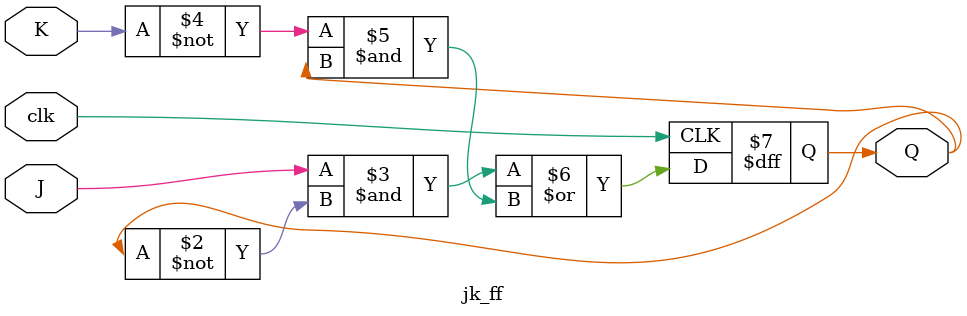
<source format=sv>
module q_8_12 (
    input rst_sync_b, clk, cnt_en,
    output logic [3:0] cnt,
    output carry
);
    logic [3:0] Q;
    logic [3:0] N;

    assign N[0] = rst_sync_b & cnt_en;
    assign N[1] = N[0] & Q[0];
    assign N[2] = N[1] & Q[1];
    assign N[3] = N[2] & Q[2];
    assign carry = N[3] & Q[3];
    assign cnt = Q;

    jk_ff jkff_0 (
        .J(N[0]),
        .K(N[0] | ~rst_sync_b),
        .Q(Q[0]),
        .*
    );

    jk_ff jkff_1 (
        .J(N[1]),
        .K(N[1] | ~rst_sync_b),
        .Q(Q[1]),
        .*
    );

    jk_ff jkff_2 (
        .J(N[2]),
        .K(N[2] | ~rst_sync_b),
        .Q(Q[2]),
        .*
    );

    jk_ff jkff_3 (
        .J(N[3]),
        .K(N[3] | ~rst_sync_b),
        .Q(Q[3]),
        .*
    );
endmodule

module jk_ff (
    input clk, J, K,
    output logic Q
);
    always_ff @ (posedge clk)
    begin
        Q <= (J & ~Q) | (~K & Q);
    end
endmodule

</source>
